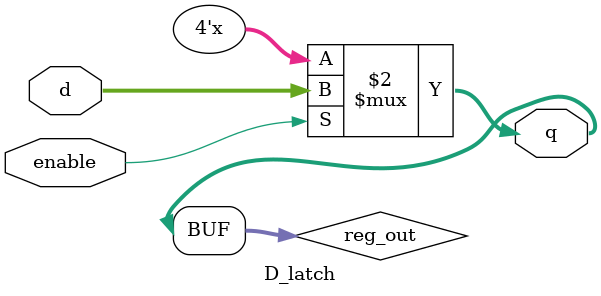
<source format=v>
`timescale 1ns / 1ps

module D_latch #(parameter N = 4) (
    input enable,
    input [N-1:0] d, 
    output [N-1:0] q
    );

    reg [N-1:0] reg_out;

    always @* begin
        if (enable) begin
            reg_out <= d;
        end
    end

    assign q = reg_out;

endmodule

</source>
